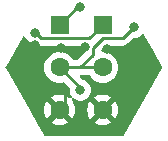
<source format=gbr>
%TF.GenerationSoftware,KiCad,Pcbnew,7.0.5*%
%TF.CreationDate,2023-06-07T10:21:27-06:00*%
%TF.ProjectId,ArmchairBarf,41726d63-6861-4697-9242-6172662e6b69,rev?*%
%TF.SameCoordinates,Original*%
%TF.FileFunction,Copper,L2,Bot*%
%TF.FilePolarity,Positive*%
%FSLAX46Y46*%
G04 Gerber Fmt 4.6, Leading zero omitted, Abs format (unit mm)*
G04 Created by KiCad (PCBNEW 7.0.5) date 2023-06-07 10:21:27*
%MOMM*%
%LPD*%
G01*
G04 APERTURE LIST*
G04 Aperture macros list*
%AMRoundRect*
0 Rectangle with rounded corners*
0 $1 Rounding radius*
0 $2 $3 $4 $5 $6 $7 $8 $9 X,Y pos of 4 corners*
0 Add a 4 corners polygon primitive as box body*
4,1,4,$2,$3,$4,$5,$6,$7,$8,$9,$2,$3,0*
0 Add four circle primitives for the rounded corners*
1,1,$1+$1,$2,$3*
1,1,$1+$1,$4,$5*
1,1,$1+$1,$6,$7*
1,1,$1+$1,$8,$9*
0 Add four rect primitives between the rounded corners*
20,1,$1+$1,$2,$3,$4,$5,0*
20,1,$1+$1,$4,$5,$6,$7,0*
20,1,$1+$1,$6,$7,$8,$9,0*
20,1,$1+$1,$8,$9,$2,$3,0*%
G04 Aperture macros list end*
%TA.AperFunction,ConnectorPad*%
%ADD10RoundRect,0.250000X-0.550000X0.550000X-0.550000X-0.550000X0.550000X-0.550000X0.550000X0.550000X0*%
%TD*%
%TA.AperFunction,ConnectorPad*%
%ADD11C,1.600000*%
%TD*%
%TA.AperFunction,ViaPad*%
%ADD12C,0.800000*%
%TD*%
%TA.AperFunction,Conductor*%
%ADD13C,0.250000*%
%TD*%
G04 APERTURE END LIST*
D10*
%TO.P,J1,1,Pin_1*%
%TO.N,Net-(J1-Pin_1)*%
X150655000Y-98000000D03*
D11*
%TO.P,J1,2,Pin_2*%
%TO.N,GND*%
X150655000Y-101600000D03*
%TO.P,J1,3,Pin_3*%
%TO.N,+5V*%
X150655000Y-105200000D03*
%TD*%
D10*
%TO.P,J2,1,Pin_1*%
%TO.N,Net-(J2-Pin_1)*%
X154305000Y-98000000D03*
D11*
%TO.P,J2,2,Pin_2*%
%TO.N,GND*%
X154305000Y-101600000D03*
%TO.P,J2,3,Pin_3*%
%TO.N,+5V*%
X154305000Y-105200000D03*
%TD*%
D12*
%TO.N,+5V*%
X150730909Y-99965066D03*
X156580004Y-99870200D03*
X152763055Y-99891704D03*
X154633897Y-99999224D03*
X148590000Y-99695000D03*
X151130000Y-103505000D03*
X157160586Y-103642240D03*
%TO.N,GND*%
X152400000Y-103505000D03*
X156922280Y-98207211D03*
%TO.N,Net-(J1-Pin_1)*%
X152400000Y-96520000D03*
%TO.N,Net-(J2-Pin_1)*%
X148590000Y-98695497D03*
%TD*%
D13*
%TO.N,+5V*%
X151130000Y-103505000D02*
X151130000Y-104725000D01*
X151130000Y-104725000D02*
X150655000Y-105200000D01*
%TO.N,GND*%
X153488055Y-100511945D02*
X153488055Y-99941945D01*
X156004491Y-99125000D02*
X156922280Y-98207211D01*
X152400000Y-101600000D02*
X153488055Y-100511945D01*
X150655000Y-101600000D02*
X152400000Y-101600000D01*
X152400000Y-101600000D02*
X154305000Y-101600000D01*
X150655000Y-101600000D02*
X152400000Y-103345000D01*
X154305000Y-99125000D02*
X156004491Y-99125000D01*
X152400000Y-103345000D02*
X152400000Y-103505000D01*
X153488055Y-99941945D02*
X154305000Y-99125000D01*
%TO.N,Net-(J1-Pin_1)*%
X152400000Y-96520000D02*
X152135000Y-96520000D01*
X152135000Y-96520000D02*
X150655000Y-98000000D01*
%TO.N,Net-(J2-Pin_1)*%
X149045305Y-99125000D02*
X148615802Y-98695497D01*
X148615802Y-98695497D02*
X148590000Y-98695497D01*
X154305000Y-98000000D02*
X153180000Y-99125000D01*
X153180000Y-99125000D02*
X149045305Y-99125000D01*
%TD*%
%TA.AperFunction,Conductor*%
%TO.N,+5V*%
G36*
X157732614Y-98761349D02*
G01*
X157790662Y-98800235D01*
X157803222Y-98818362D01*
X158522424Y-100083575D01*
X158651861Y-100311281D01*
X159349568Y-101538680D01*
X159365584Y-101606689D01*
X159349532Y-101661298D01*
X156109016Y-107354384D01*
X156058746Y-107402909D01*
X156001251Y-107417044D01*
X149453668Y-107417044D01*
X149386629Y-107397359D01*
X149346063Y-107354665D01*
X148730084Y-106279026D01*
X149929526Y-106279026D01*
X150002512Y-106330131D01*
X150002516Y-106330133D01*
X150208673Y-106426265D01*
X150208682Y-106426269D01*
X150428389Y-106485139D01*
X150428400Y-106485141D01*
X150654998Y-106504966D01*
X150655002Y-106504966D01*
X150881599Y-106485141D01*
X150881610Y-106485139D01*
X151101317Y-106426269D01*
X151101331Y-106426264D01*
X151307478Y-106330136D01*
X151380471Y-106279026D01*
X153579526Y-106279026D01*
X153652512Y-106330131D01*
X153652516Y-106330133D01*
X153858673Y-106426265D01*
X153858682Y-106426269D01*
X154078389Y-106485139D01*
X154078400Y-106485141D01*
X154304998Y-106504966D01*
X154305002Y-106504966D01*
X154531599Y-106485141D01*
X154531610Y-106485139D01*
X154751317Y-106426269D01*
X154751331Y-106426264D01*
X154957478Y-106330136D01*
X155030472Y-106279025D01*
X154305001Y-105553553D01*
X154305000Y-105553553D01*
X153579526Y-106279025D01*
X153579526Y-106279026D01*
X151380471Y-106279026D01*
X151380472Y-106279025D01*
X150655001Y-105553553D01*
X150655000Y-105553553D01*
X149929526Y-106279025D01*
X149929526Y-106279026D01*
X148730084Y-106279026D01*
X148112166Y-105200002D01*
X149350034Y-105200002D01*
X149369858Y-105426599D01*
X149369860Y-105426610D01*
X149428730Y-105646317D01*
X149428734Y-105646326D01*
X149524865Y-105852481D01*
X149524866Y-105852483D01*
X149575973Y-105925471D01*
X149575974Y-105925472D01*
X150301446Y-105200000D01*
X150301446Y-105199999D01*
X149575973Y-104474526D01*
X149575972Y-104474527D01*
X149524868Y-104547513D01*
X149428734Y-104753673D01*
X149428730Y-104753682D01*
X149369860Y-104973389D01*
X149369858Y-104973400D01*
X149350034Y-105199997D01*
X149350034Y-105200002D01*
X148112166Y-105200002D01*
X146085885Y-101661657D01*
X146069652Y-101593700D01*
X146085915Y-101538361D01*
X147530357Y-99019006D01*
X147580779Y-98970639D01*
X147649346Y-98957210D01*
X147714289Y-98982982D01*
X147754988Y-99039774D01*
X147755862Y-99042364D01*
X147762819Y-99063777D01*
X147762821Y-99063781D01*
X147857467Y-99227713D01*
X147984128Y-99368384D01*
X147984129Y-99368385D01*
X148137265Y-99479645D01*
X148137270Y-99479648D01*
X148310192Y-99556639D01*
X148310197Y-99556641D01*
X148495354Y-99595997D01*
X148584028Y-99595997D01*
X148651067Y-99615682D01*
X148668909Y-99629602D01*
X148674723Y-99635062D01*
X148692281Y-99644714D01*
X148708538Y-99655393D01*
X148724369Y-99667673D01*
X148744042Y-99676186D01*
X148767138Y-99686182D01*
X148772382Y-99688750D01*
X148813213Y-99711197D01*
X148825828Y-99714435D01*
X148832610Y-99716177D01*
X148851024Y-99722481D01*
X148869409Y-99730438D01*
X148915462Y-99737732D01*
X148921131Y-99738906D01*
X148966286Y-99750500D01*
X148986321Y-99750500D01*
X149005718Y-99752026D01*
X149025501Y-99755160D01*
X149071888Y-99750775D01*
X149077727Y-99750500D01*
X152738555Y-99750500D01*
X152805594Y-99770185D01*
X152851349Y-99822989D01*
X152862555Y-99874500D01*
X152862555Y-99882961D01*
X152861028Y-99902360D01*
X152857895Y-99922139D01*
X152857895Y-99922140D01*
X152862280Y-99968528D01*
X152862555Y-99974366D01*
X152862555Y-100201492D01*
X152842870Y-100268531D01*
X152826236Y-100289173D01*
X152177228Y-100938181D01*
X152115905Y-100971666D01*
X152089547Y-100974500D01*
X151869188Y-100974500D01*
X151802149Y-100954815D01*
X151767613Y-100921623D01*
X151655045Y-100760858D01*
X151494141Y-100599954D01*
X151307734Y-100469432D01*
X151307732Y-100469431D01*
X151101497Y-100373261D01*
X151101488Y-100373258D01*
X150881697Y-100314366D01*
X150881693Y-100314365D01*
X150881692Y-100314365D01*
X150881691Y-100314364D01*
X150881686Y-100314364D01*
X150655002Y-100294532D01*
X150654998Y-100294532D01*
X150428313Y-100314364D01*
X150428302Y-100314366D01*
X150208511Y-100373258D01*
X150208502Y-100373261D01*
X150002267Y-100469431D01*
X150002265Y-100469432D01*
X149815858Y-100599954D01*
X149654954Y-100760858D01*
X149524432Y-100947265D01*
X149524431Y-100947267D01*
X149428261Y-101153502D01*
X149428258Y-101153511D01*
X149369366Y-101373302D01*
X149369364Y-101373313D01*
X149349532Y-101599998D01*
X149349532Y-101600001D01*
X149369364Y-101826686D01*
X149369366Y-101826697D01*
X149428258Y-102046488D01*
X149428261Y-102046497D01*
X149524431Y-102252732D01*
X149524432Y-102252734D01*
X149654954Y-102439141D01*
X149815858Y-102600045D01*
X149815861Y-102600047D01*
X150002266Y-102730568D01*
X150208504Y-102826739D01*
X150208509Y-102826740D01*
X150208511Y-102826741D01*
X150228556Y-102832112D01*
X150428308Y-102885635D01*
X150585780Y-102899412D01*
X150654998Y-102905468D01*
X150655000Y-102905468D01*
X150655002Y-102905468D01*
X150724220Y-102899412D01*
X150881692Y-102885635D01*
X150950048Y-102867319D01*
X151019896Y-102868980D01*
X151069822Y-102899412D01*
X151469919Y-103299509D01*
X151503404Y-103360832D01*
X151505559Y-103400150D01*
X151494540Y-103505000D01*
X151514326Y-103693256D01*
X151514327Y-103693259D01*
X151572818Y-103873277D01*
X151572820Y-103873281D01*
X151572821Y-103873284D01*
X151596824Y-103914858D01*
X151663731Y-104030746D01*
X151680203Y-104098646D01*
X151657350Y-104164673D01*
X151602428Y-104207863D01*
X151532875Y-104214504D01*
X151485219Y-104194319D01*
X151307489Y-104069870D01*
X151307483Y-104069866D01*
X151101326Y-103973734D01*
X151101317Y-103973730D01*
X150881610Y-103914860D01*
X150881599Y-103914858D01*
X150655002Y-103895034D01*
X150654998Y-103895034D01*
X150428400Y-103914858D01*
X150428389Y-103914860D01*
X150208682Y-103973730D01*
X150208673Y-103973734D01*
X150002513Y-104069868D01*
X149929526Y-104120973D01*
X151734025Y-105925472D01*
X151785136Y-105852478D01*
X151881264Y-105646331D01*
X151881269Y-105646317D01*
X151940139Y-105426610D01*
X151940141Y-105426599D01*
X151959966Y-105200002D01*
X153000034Y-105200002D01*
X153019858Y-105426599D01*
X153019860Y-105426610D01*
X153078730Y-105646317D01*
X153078734Y-105646326D01*
X153174865Y-105852481D01*
X153174866Y-105852483D01*
X153225973Y-105925471D01*
X153225974Y-105925472D01*
X153951446Y-105200000D01*
X154658553Y-105200000D01*
X155384025Y-105925472D01*
X155435136Y-105852478D01*
X155531264Y-105646331D01*
X155531269Y-105646317D01*
X155590139Y-105426610D01*
X155590141Y-105426599D01*
X155609966Y-105200002D01*
X155609966Y-105199997D01*
X155590141Y-104973400D01*
X155590139Y-104973389D01*
X155531269Y-104753682D01*
X155531265Y-104753673D01*
X155435133Y-104547516D01*
X155435131Y-104547512D01*
X155384026Y-104474526D01*
X155384025Y-104474526D01*
X154658553Y-105199999D01*
X154658553Y-105200000D01*
X153951446Y-105200000D01*
X153951446Y-105199999D01*
X153225973Y-104474526D01*
X153225972Y-104474527D01*
X153174868Y-104547513D01*
X153078734Y-104753673D01*
X153078730Y-104753682D01*
X153019860Y-104973389D01*
X153019858Y-104973400D01*
X153000034Y-105199997D01*
X153000034Y-105200002D01*
X151959966Y-105200002D01*
X151959966Y-105199997D01*
X151940141Y-104973400D01*
X151940139Y-104973389D01*
X151881269Y-104753682D01*
X151881265Y-104753673D01*
X151785133Y-104547517D01*
X151674001Y-104388804D01*
X151651674Y-104322598D01*
X151668684Y-104254830D01*
X151719632Y-104207017D01*
X151788342Y-104194339D01*
X151848458Y-104217360D01*
X151947266Y-104289148D01*
X151947270Y-104289151D01*
X152120192Y-104366142D01*
X152120197Y-104366144D01*
X152305354Y-104405500D01*
X152305355Y-104405500D01*
X152494644Y-104405500D01*
X152494646Y-104405500D01*
X152679803Y-104366144D01*
X152852730Y-104289151D01*
X153005871Y-104177888D01*
X153057118Y-104120973D01*
X153579526Y-104120973D01*
X154305000Y-104846446D01*
X154305001Y-104846446D01*
X155030472Y-104120974D01*
X155030471Y-104120973D01*
X154957483Y-104069866D01*
X154957481Y-104069865D01*
X154751326Y-103973734D01*
X154751317Y-103973730D01*
X154531610Y-103914860D01*
X154531599Y-103914858D01*
X154305002Y-103895034D01*
X154304998Y-103895034D01*
X154078400Y-103914858D01*
X154078389Y-103914860D01*
X153858682Y-103973730D01*
X153858673Y-103973734D01*
X153652513Y-104069868D01*
X153579527Y-104120972D01*
X153579526Y-104120973D01*
X153057118Y-104120973D01*
X153132533Y-104037216D01*
X153227179Y-103873284D01*
X153285674Y-103693256D01*
X153305460Y-103505000D01*
X153285674Y-103316744D01*
X153227179Y-103136716D01*
X153132533Y-102972784D01*
X153005871Y-102832112D01*
X153005870Y-102832111D01*
X152852734Y-102720851D01*
X152852729Y-102720848D01*
X152679807Y-102643857D01*
X152679803Y-102643856D01*
X152593362Y-102625482D01*
X152531881Y-102592289D01*
X152531463Y-102591873D01*
X152376771Y-102437181D01*
X152343286Y-102375858D01*
X152348270Y-102306166D01*
X152390142Y-102250233D01*
X152455606Y-102225816D01*
X152464452Y-102225500D01*
X153090812Y-102225500D01*
X153157851Y-102245185D01*
X153192387Y-102278377D01*
X153304954Y-102439141D01*
X153465858Y-102600045D01*
X153465861Y-102600047D01*
X153652266Y-102730568D01*
X153858504Y-102826739D01*
X153858509Y-102826740D01*
X153858511Y-102826741D01*
X153878556Y-102832112D01*
X154078308Y-102885635D01*
X154235780Y-102899412D01*
X154304998Y-102905468D01*
X154305000Y-102905468D01*
X154305002Y-102905468D01*
X154374220Y-102899412D01*
X154531692Y-102885635D01*
X154751496Y-102826739D01*
X154957734Y-102730568D01*
X155144139Y-102600047D01*
X155305047Y-102439139D01*
X155435568Y-102252734D01*
X155531739Y-102046496D01*
X155590635Y-101826692D01*
X155610444Y-101600276D01*
X155610468Y-101600001D01*
X155610468Y-101599998D01*
X155590635Y-101373313D01*
X155590635Y-101373308D01*
X155531739Y-101153504D01*
X155435568Y-100947266D01*
X155305047Y-100760861D01*
X155305045Y-100760858D01*
X155144141Y-100599954D01*
X154957734Y-100469432D01*
X154957732Y-100469431D01*
X154751497Y-100373261D01*
X154751488Y-100373258D01*
X154531697Y-100314366D01*
X154531687Y-100314364D01*
X154307887Y-100294784D01*
X154242819Y-100269331D01*
X154201840Y-100212740D01*
X154197962Y-100142978D01*
X154231012Y-100083577D01*
X154527771Y-99786819D01*
X154589094Y-99753334D01*
X154615452Y-99750500D01*
X155921748Y-99750500D01*
X155937368Y-99752224D01*
X155937395Y-99751939D01*
X155945157Y-99752673D01*
X155945157Y-99752672D01*
X155945158Y-99752673D01*
X155948490Y-99752568D01*
X156013338Y-99750531D01*
X156015285Y-99750500D01*
X156043838Y-99750500D01*
X156043841Y-99750500D01*
X156050719Y-99749630D01*
X156056532Y-99749172D01*
X156103118Y-99747709D01*
X156122360Y-99742117D01*
X156141403Y-99738174D01*
X156161283Y-99735664D01*
X156204613Y-99718507D01*
X156210137Y-99716617D01*
X156213887Y-99715527D01*
X156254881Y-99703618D01*
X156272120Y-99693422D01*
X156289594Y-99684862D01*
X156308218Y-99677488D01*
X156308218Y-99677487D01*
X156308223Y-99677486D01*
X156345940Y-99650082D01*
X156350796Y-99646892D01*
X156390911Y-99623170D01*
X156405080Y-99608999D01*
X156419870Y-99596368D01*
X156436078Y-99584594D01*
X156465790Y-99548676D01*
X156469703Y-99544376D01*
X156870050Y-99144030D01*
X156931374Y-99110545D01*
X156957732Y-99107711D01*
X157016924Y-99107711D01*
X157016926Y-99107711D01*
X157202083Y-99068355D01*
X157375010Y-98991362D01*
X157528151Y-98880099D01*
X157603274Y-98796666D01*
X157662757Y-98760020D01*
X157732614Y-98761349D01*
G37*
%TD.AperFunction*%
%TD*%
M02*

</source>
